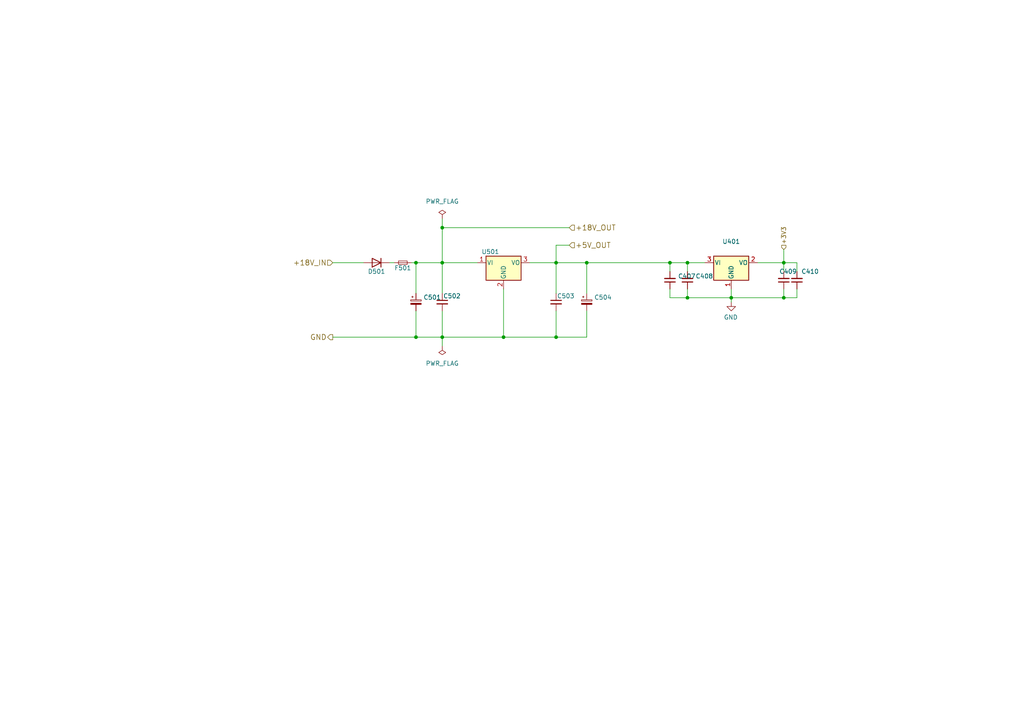
<source format=kicad_sch>
(kicad_sch (version 20211123) (generator eeschema)
  (paper "A4")
  (lib_symbols
    (symbol "Device:C_Polarized_Small" (pin_numbers hide) (pin_names (offset 0.254) hide)
      (property "Reference" "C" (at 0.254 1.778 0))
      (property "Value" "C_Polarized_Small" (at 0.254 -2.032 0))
      (symbol "C_Polarized_Small_0_1"
        (rectangle (start -1.524 -0.3048) (end 1.524 -0.6858) (fill (type outline)))
        (rectangle (start -1.524 0.6858) (end 1.524 0.3048))
        (polyline (pts (xy -1.27 1.524) (xy -0.762 1.524)))
        (polyline (pts (xy -1.016 1.27) (xy -1.016 1.778)))
      )
      (symbol "C_Polarized_Small_1_1"
        (pin passive line (at 0 2.54 270) (length 1.8542) (name "~") (number "1"))
        (pin passive line (at 0 -2.54 90) (length 1.8542) (name "~") (number "2"))
      )
    )
    (symbol "Device:C_Small" (pin_numbers hide) (pin_names (offset 0.254) hide)
      (property "Reference" "C" (at 0.254 1.778 0))
      (property "Value" "C_Small" (at 0.254 -2.032 0))
      (symbol "C_Small_0_1"
        (polyline (pts (xy -1.524 -0.508) (xy 1.524 -0.508)) (stroke (width 0.3302)))
        (polyline (pts (xy -1.524 0.508) (xy 1.524 0.508)) (stroke (width 0.3048)))
      )
      (symbol "C_Small_1_1"
        (pin passive line (at 0 2.54 270) (length 2.032) (name "~") (number "1"))
        (pin passive line (at 0 -2.54 90) (length 2.032) (name "~") (number "2"))
      )
    )
    (symbol "Device:Fuse_Small" (pin_numbers hide) (pin_names (offset 0.254) hide)
      (property "Reference" "F" (at 0 -1.524 0))
      (property "Value" "Fuse_Small" (at 0 1.524 0))
      (symbol "Fuse_Small_0_1"
        (rectangle (start -1.27 0.508) (end 1.27 -0.508))
        (polyline (pts (xy -1.27 0) (xy 1.27 0)))
      )
      (symbol "Fuse_Small_1_1"
        (pin passive line (at -2.54 0 0) (length 1.27) (name "~") (number "1"))
        (pin passive line (at 2.54 0 180) (length 1.27) (name "~") (number "2"))
      )
    )
    (symbol "Diode:LL4148" (pin_numbers hide) (pin_names (offset 1.016) hide)
      (property "Reference" "D" (at 0 2.54 0))
      (property "Value" "LL4148" (at 0 -2.54 0))
      (symbol "LL4148_0_1"
        (polyline (pts (xy -1.27 1.27) (xy -1.27 -1.27)) (stroke (width 0.254)))
        (polyline (pts (xy 1.27 0) (xy -1.27 0)))
        (polyline (pts (xy 1.27 1.27) (xy 1.27 -1.27) (xy -1.27 0) (xy 1.27 1.27)) (stroke (width 0.254)))
      )
      (symbol "LL4148_1_1"
        (pin passive line (at -3.81 0 0) (length 2.54) (name "K") (number "1"))
        (pin passive line (at 3.81 0 180) (length 2.54) (name "A") (number "2"))
      )
    )
    (symbol "Regulator_Linear:AP1117-15" (pin_names (offset 0.254))
      (property "Reference" "U" (at -3.81 3.175 0))
      (property "Value" "AP1117-15" (at 0 3.175 0))
      (symbol "AP1117-15_0_1"
        (rectangle (start -5.08 -5.08) (end 5.08 1.905) (stroke (width 0.254)) (fill (type background)))
      )
      (symbol "AP1117-15_1_1"
        (pin power_in line (at 0 -7.62 90) (length 2.54) (name "GND") (number "1"))
        (pin power_out line (at 7.62 0 180) (length 2.54) (name "VO") (number "2"))
        (pin power_in line (at -7.62 0 0) (length 2.54) (name "VI") (number "3"))
      )
    )
    (symbol "Regulator_Linear:LM7805_TO220" (pin_names (offset 0.254))
      (property "Reference" "U" (at -3.81 3.175 0))
      (property "Value" "LM7805_TO220" (at 0 3.175 0))
      (symbol "LM7805_TO220_0_1"
        (rectangle (start -5.08 1.905) (end 5.08 -5.08) (stroke (width 0.254)) (fill (type background)))
      )
      (symbol "LM7805_TO220_1_1"
        (pin power_in line (at -7.62 0 0) (length 2.54) (name "VI") (number "1"))
        (pin power_in line (at 0 -7.62 90) (length 2.54) (name "GND") (number "2"))
        (pin power_out line (at 7.62 0 180) (length 2.54) (name "VO") (number "3"))
      )
    )
    (symbol "power:GND" (power) (pin_names (offset 0))
      (property "Value" "GND" (at 0 -3.81 0))
      (symbol "GND_0_1"
        (polyline (pts (xy 0 0) (xy 0 -1.27) (xy 1.27 -1.27) (xy 0 -2.54) (xy -1.27 -1.27) (xy 0 -1.27)))
      )
      (symbol "GND_1_1"
        (pin power_in line (at 0 0 270) (length 0) hide (name "GND") (number "1"))
      )
    )
    (symbol "power:PWR_FLAG" (power) (pin_numbers hide) (pin_names (offset 0) hide)
      (property "Value" "PWR_FLAG" (at 0 3.81 0))
      (symbol "PWR_FLAG_0_0"
        (pin power_out line (at 0 0 90) (length 0) (name "pwr") (number "1"))
      )
      (symbol "PWR_FLAG_0_1"
        (polyline (pts (xy 0 0) (xy 0 1.27) (xy -1.016 1.905) (xy 0 2.54) (xy 1.016 1.905) (xy 0 1.27)))
      )
    )
  )
  (junction (at 161.29 76.2))
  (junction (at 194.31 76.2))
  (junction (at 120.65 76.2))
  (junction (at 128.27 97.79))
  (junction (at 170.18 76.2))
  (junction (at 146.05 97.79))
  (junction (at 199.39 76.2))
  (junction (at 212.09 86.36))
  (junction (at 128.27 66.04))
  (junction (at 227.33 86.36))
  (junction (at 120.65 97.79))
  (junction (at 161.29 97.79))
  (junction (at 199.39 86.36))
  (junction (at 128.27 76.2))
  (junction (at 227.33 76.2))
  (wire (pts (xy 120.65 97.79) (xy 128.27 97.79)))
  (wire (pts (xy 199.39 83.82) (xy 199.39 86.36)))
  (wire (pts (xy 199.39 78.74) (xy 199.39 76.2)))
  (wire (pts (xy 105.41 76.2) (xy 96.52 76.2)))
  (wire (pts (xy 227.33 76.2) (xy 231.14 76.2)))
  (wire (pts (xy 219.71 76.2) (xy 227.33 76.2)))
  (wire (pts (xy 212.09 86.36) (xy 227.33 86.36)))
  (wire (pts (xy 161.29 97.79) (xy 170.18 97.79)))
  (wire (pts (xy 128.27 66.04) (xy 128.27 76.2)))
  (wire (pts (xy 212.09 87.63) (xy 212.09 86.36)))
  (wire (pts (xy 128.27 97.79) (xy 146.05 97.79)))
  (wire (pts (xy 161.29 97.79) (xy 161.29 90.17)))
  (wire (pts (xy 120.65 97.79) (xy 120.65 90.17)))
  (wire (pts (xy 170.18 97.79) (xy 170.18 90.17)))
  (wire (pts (xy 119.38 76.2) (xy 120.65 76.2)))
  (wire (pts (xy 212.09 86.36) (xy 212.09 83.82)))
  (wire (pts (xy 165.1 71.12) (xy 161.29 71.12)))
  (wire (pts (xy 227.33 78.74) (xy 227.33 76.2)))
  (wire (pts (xy 231.14 83.82) (xy 231.14 86.36)))
  (wire (pts (xy 194.31 78.74) (xy 194.31 76.2)))
  (wire (pts (xy 128.27 63.5) (xy 128.27 66.04)))
  (wire (pts (xy 128.27 76.2) (xy 128.27 85.09)))
  (wire (pts (xy 153.67 76.2) (xy 161.29 76.2)))
  (wire (pts (xy 170.18 76.2) (xy 194.31 76.2)))
  (wire (pts (xy 204.47 76.2) (xy 199.39 76.2)))
  (wire (pts (xy 161.29 71.12) (xy 161.29 76.2)))
  (wire (pts (xy 194.31 83.82) (xy 194.31 86.36)))
  (wire (pts (xy 231.14 78.74) (xy 231.14 76.2)))
  (wire (pts (xy 170.18 76.2) (xy 170.18 85.09)))
  (wire (pts (xy 128.27 90.17) (xy 128.27 97.79)))
  (wire (pts (xy 146.05 97.79) (xy 146.05 83.82)))
  (wire (pts (xy 161.29 76.2) (xy 161.29 85.09)))
  (wire (pts (xy 227.33 72.39) (xy 227.33 76.2)))
  (wire (pts (xy 120.65 76.2) (xy 120.65 85.09)))
  (wire (pts (xy 199.39 86.36) (xy 194.31 86.36)))
  (wire (pts (xy 128.27 66.04) (xy 165.1 66.04)))
  (wire (pts (xy 96.52 97.79) (xy 120.65 97.79)))
  (wire (pts (xy 161.29 76.2) (xy 170.18 76.2)))
  (wire (pts (xy 146.05 97.79) (xy 161.29 97.79)))
  (wire (pts (xy 113.03 76.2) (xy 114.3 76.2)))
  (wire (pts (xy 231.14 86.36) (xy 227.33 86.36)))
  (wire (pts (xy 212.09 86.36) (xy 199.39 86.36)))
  (wire (pts (xy 227.33 86.36) (xy 227.33 83.82)))
  (wire (pts (xy 128.27 97.79) (xy 128.27 100.33)))
  (wire (pts (xy 128.27 76.2) (xy 138.43 76.2)))
  (wire (pts (xy 120.65 76.2) (xy 128.27 76.2)))
  (wire (pts (xy 199.39 76.2) (xy 194.31 76.2)))
  (hierarchical_label "+5V_OUT" (shape input) (at 165.1 71.12 0) (effects (font (size 1.524 1.524))))
  (hierarchical_label "+3V3" (shape input) (at 227.33 72.39 90))
  (hierarchical_label "GND" (shape output) (at 96.52 97.79 180) (effects (font (size 1.524 1.524))))
  (hierarchical_label "+18V_OUT" (shape input) (at 165.1 66.04 0) (effects (font (size 1.524 1.524))))
  (hierarchical_label "+18V_IN" (shape input) (at 96.52 76.2 180) (effects (font (size 1.524 1.524))))
  (symbol (lib_id "Device:C_Small") (at 227.33 81.28 0) (mirror x) (unit 1)
    (property "Reference" "C409" (at 231.14 78.74 0) (effects (justify right)))
  )
  (symbol (lib_id "Device:C_Small") (at 128.27 87.63 0) (unit 1)
    (property "Reference" "C502" (at 128.524 85.852 0) (effects (justify left)))
  )
  (symbol (lib_id "Regulator_Linear:AP1117-15") (at 212.09 76.2 0) (unit 1)
    (property "Reference" "U401" (at 212.09 70.0532 0))
  )
  (symbol (lib_id "Device:C_Polarized_Small") (at 170.18 87.63 0) (unit 1)
    (property "Reference" "C504" (at 172.339 86.2492 0) (effects (justify left)))
  )
  (symbol (lib_id "power:GND") (at 212.09 87.63 0) (mirror y) (unit 1)
    (property "Reference" "#PWR0313" (effects hide))
    (property "Value" "GND" (at 211.963 92.0242 0))
  )
  (symbol (lib_id "Device:C_Small") (at 231.14 81.28 180) (unit 1)
    (property "Reference" "C410" (at 232.41 78.74 0) (effects (justify right)))
  )
  (symbol (lib_id "Device:C_Small") (at 161.29 87.63 0) (unit 1)
    (property "Reference" "C503" (at 161.544 85.852 0) (effects (justify left)))
  )
  (symbol (lib_id "Regulator_Linear:LM7805_TO220") (at 146.05 76.2 0) (unit 1)
    (property "Reference" "U501" (at 142.24 73.025 0))
    (property "Datasheet" "https://www.sparkfun.com/datasheets/Components/LM7805.pdf" (effects hide))
  )
  (symbol (lib_id "Device:C_Small") (at 194.31 81.28 180) (unit 1)
    (property "Reference" "C407" (at 196.6468 80.1116 0) (effects (justify right)))
  )
  (symbol (lib_id "Device:C_Polarized_Small") (at 120.65 87.63 0) (unit 1)
    (property "Reference" "C501" (at 122.809 86.2492 0) (effects (justify left)))
  )
  (symbol (lib_id "Device:Fuse_Small") (at 116.84 76.2 0) (unit 1)
    (property "Reference" "F501" (at 116.84 77.724 0))
    (property "Datasheet" "https://www.mouser.com/datasheet/2/643/0ZCJ_Nov2016-1132002.pdf" (effects hide))
  )
  (symbol (lib_id "power:PWR_FLAG") (at 128.27 100.33 180) (unit 1)
    (property "Reference" "#FLG0302" (effects hide))
    (property "Value" "PWR_FLAG" (at 128.27 105.41 0))
  )
  (symbol (lib_id "Device:C_Small") (at 199.39 81.28 180) (unit 1)
    (property "Reference" "C408" (at 201.7268 80.1116 0) (effects (justify right)))
  )
  (symbol (lib_id "power:PWR_FLAG") (at 128.27 63.5 0) (unit 1)
    (property "Reference" "#FLG0301" (effects hide))
    (property "Value" "PWR_FLAG" (at 128.27 58.42 0))
  )
  (symbol (lib_id "Diode:LL4148") (at 109.22 76.2 180) (unit 1)
    (property "Reference" "D501" (at 109.22 78.74 0))
    (property "Datasheet" "https://www.vishay.com/docs/85557/ll4148.pdf" (effects hide))
  )
)
</source>
